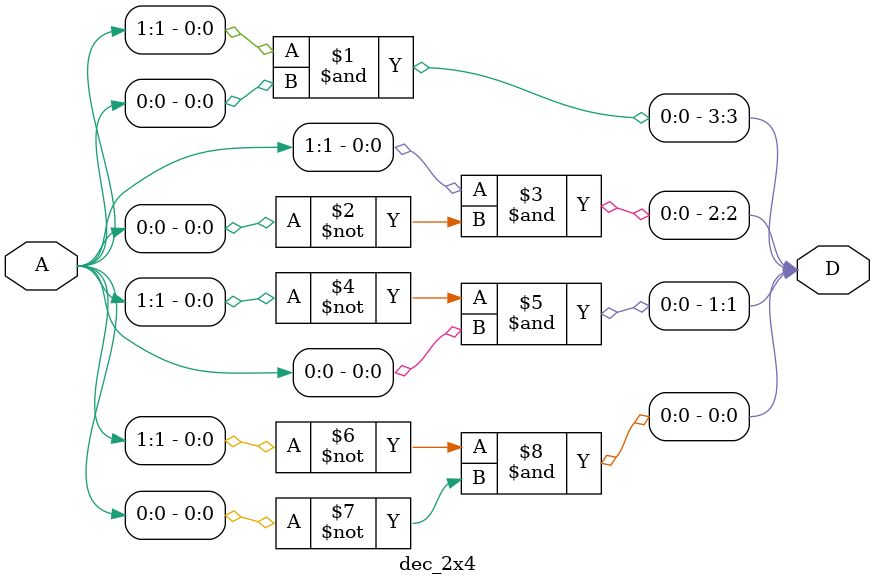
<source format=v>

module reg_w_rst #(parameter N=8) (clk, rst, in, out);

	input clk, rst;
	input [N-1:0] in;
	output reg [N-1:0] out;

	always @(posedge clk)
	begin
		if (rst) begin
			out <= 0;
		end else begin
			out <= in;
		end
	end

endmodule

/// N-bit Register with Sync. Reset and Write Enable///
///////////////////////////////////////////////////////
module reg_w_rst_en #(parameter N=8) (clk, rst, en, in, out);

	input clk, rst, en;
	input [N-1:0] in;
	output reg [N-1:0] out;

	always @(posedge clk)
	begin
		if (en) begin
			if (rst) begin
				out <= 0;
			end else begin
				out <= in;
			end
		end
	end

endmodule


/// N-bit Shift Register with Sync. Reset ///
/////////////////////////////////////////////
module reg_w_shft #(parameter N=8) (clk, rst, par_ser, shftr_l, p_in, p_out, s_in_l, s_in_r, s_out_l, s_out_r);

	input clk, rst, par_ser, shftr_l, s_in_l, s_in_r;
	input [N-1:0] p_in;
	
	output s_out_l, s_out_r;
	output reg [N-1:0] p_out;

	assign s_out_l = p_out[N-1];
	assign s_out_r = p_out[0];
	
	always @(posedge clk)
	begin
		if (rst)
			p_out <= 0;
		else
			if (par_ser)
				p_out <= p_in;
			else
				if (shftr_l)
					p_out <= {s_in_l, p_out[N-1:1]};
				else
					p_out <= {p_out[N-2:0], s_in_r};
		
	end

endmodule

/// 8-Bit ALU ///
/////////////////

module alu(A, B, I, F, C_out, OVF, Z, N);

	input [7:0] A;
	input [7:0] B;
	input [2:0] I;

	output reg C_out, OVF, Z, N;
	output reg [7:0] F;

always @(*)
	begin
	case(I)
		3'b000:	begin
					{C_out, F} = {1'b0, A} + {1'b0, B};
					if (A[7] ~^ B[7])
						OVF = F[7] ^ A[7];
					else
						OVF = 0;
				end
		3'b001:	begin
					{C_out, F} = {1'b0, A} + {1'b0, ~B} + 1;
					if ((A[7] ^ B[7]))
						OVF = F[7] ^ A[7];
					else
						OVF = 0;
				end
		3'b010:	begin
					F = A & B;
					C_out = 0;
					OVF = 0;
				end
		3'b011:	begin
					F = A | B;
					C_out = 0;
					OVF = 0;
				end
		3'b100:	begin
					F = A ^ B;
					C_out = 0;
					OVF = 0;
				end
		3'b101:	begin
					F = A ~^ B;
					C_out = 0;
					OVF = 0;
				end
		3'b110:	begin
					F = A & (~B);
					C_out = 0;
					OVF = 0;
				end
		3'b111:	begin
					F = A | (~B);
					C_out = 0;
					OVF = 0;
				end
	endcase			
	N = F[7];
	Z = (F == 8'b0);
	end
endmodule

/// 2x1 MUX ///
///////////////
module mux_2x1 #(parameter N=8) (in0, in1, sel, out);

	input [N-1:0] in0, in1;
	input sel;

	output [N-1:0] out;

	assign out = sel ? in1 : in0;

endmodule


/// 4x1 MUX ///
///////////////
module mux_4x1 #(parameter N=8) (in0, in1, in2, in3, sel, out);

	input [N-1:0] in0, in1, in2, in3;
	input [1:0] sel;

	output reg [N-1:0] out;

	always @(in0, in1, in2, in3, sel)
		case(sel)
			2'b00: out = in0;
			2'b01: out = in1;
			2'b10: out = in2;
			2'b11: out = in3;
		endcase

endmodule


/// 2x4 decoder ///
///////////////////
module dec_2x4(A, D);

	input [1:0] A;
	output [3:0] D;

	assign D[3] = A[1] & A[0];
	assign D[2] = A[1] & (~A[0]);
	assign D[1] = (~A[1]) & A[0];
	assign D[0] = (~A[1]) & (~A[0]);

endmodule


</source>
